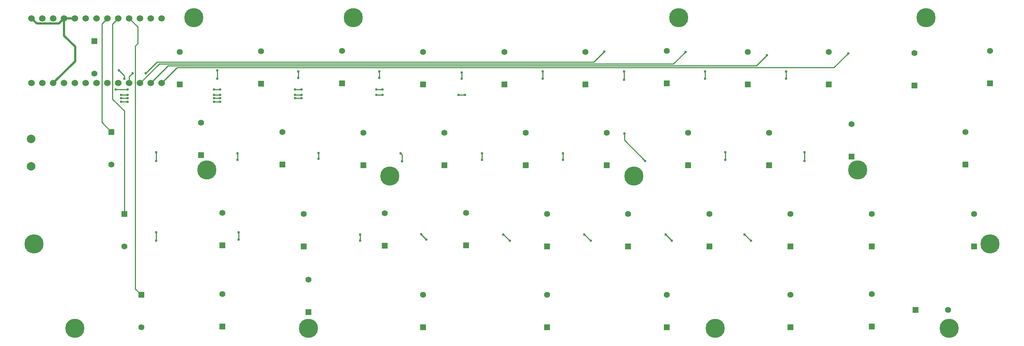
<source format=gbr>
%TF.GenerationSoftware,KiCad,Pcbnew,8.0.6*%
%TF.CreationDate,2025-02-17T10:52:22+09:00*%
%TF.ProjectId,assemble,61737365-6d62-46c6-952e-6b696361645f,rev?*%
%TF.SameCoordinates,Original*%
%TF.FileFunction,Copper,L1,Top*%
%TF.FilePolarity,Positive*%
%FSLAX46Y46*%
G04 Gerber Fmt 4.6, Leading zero omitted, Abs format (unit mm)*
G04 Created by KiCad (PCBNEW 8.0.6) date 2025-02-17 10:52:22*
%MOMM*%
%LPD*%
G01*
G04 APERTURE LIST*
%TA.AperFunction,ComponentPad*%
%ADD10R,1.397000X1.397000*%
%TD*%
%TA.AperFunction,ComponentPad*%
%ADD11C,1.397000*%
%TD*%
%TA.AperFunction,WasherPad*%
%ADD12C,4.500000*%
%TD*%
%TA.AperFunction,ComponentPad*%
%ADD13C,2.000000*%
%TD*%
%TA.AperFunction,ComponentPad*%
%ADD14C,1.524000*%
%TD*%
%TA.AperFunction,ViaPad*%
%ADD15C,0.600000*%
%TD*%
%TA.AperFunction,Conductor*%
%ADD16C,0.250000*%
%TD*%
%TA.AperFunction,Conductor*%
%ADD17C,0.500000*%
%TD*%
G04 APERTURE END LIST*
D10*
%TO.P,D2,1,K*%
%TO.N,Row1*%
X61000000Y-68965000D03*
D11*
%TO.P,D2,2,A*%
%TO.N,Net-(D2-A)*%
X61000000Y-76585000D03*
%TD*%
D10*
%TO.P,D27,1,K*%
%TO.N,Row2*%
X182000000Y-95810000D03*
D11*
%TO.P,D27,2,A*%
%TO.N,Net-(D27-A)*%
X182000000Y-88190000D03*
%TD*%
D10*
%TO.P,D23,1,K*%
%TO.N,Row2*%
X163000000Y-95810000D03*
D11*
%TO.P,D23,2,A*%
%TO.N,Net-(D23-A)*%
X163000000Y-88190000D03*
%TD*%
D12*
%TO.P,Ref\u002A\u002A,*%
%TO.N,*%
X126208900Y-79295625D03*
%TD*%
D10*
%TO.P,D26,1,K*%
%TO.N,Row1*%
X177000000Y-76810000D03*
D11*
%TO.P,D26,2,A*%
%TO.N,Net-(D26-A)*%
X177000000Y-69190000D03*
%TD*%
D12*
%TO.P,Ref\u002A\u002A,*%
%TO.N,*%
X117636220Y-42148125D03*
%TD*%
D10*
%TO.P,D8,1,K*%
%TO.N,Row3*%
X87000000Y-114585000D03*
D11*
%TO.P,D8,2,A*%
%TO.N,Net-(D8-A)*%
X87000000Y-106965000D03*
%TD*%
D10*
%TO.P,D13,1,K*%
%TO.N,Row0*%
X115000000Y-57585000D03*
D11*
%TO.P,D13,2,A*%
%TO.N,Net-(D13-A)*%
X115000000Y-49965000D03*
%TD*%
D10*
%TO.P,D1,1,K*%
%TO.N,Row0*%
X57000000Y-47690000D03*
D11*
%TO.P,D1,2,A*%
%TO.N,Net-(D1-A)*%
X57000000Y-55310000D03*
%TD*%
D10*
%TO.P,D7,1,K*%
%TO.N,Row2*%
X87000000Y-95585000D03*
D11*
%TO.P,D7,2,A*%
%TO.N,Net-(D7-A)*%
X87000000Y-87965000D03*
%TD*%
D10*
%TO.P,D31,1,K*%
%TO.N,Row2*%
X201000000Y-95810000D03*
D11*
%TO.P,D31,2,A*%
%TO.N,Net-(D31-A)*%
X201000000Y-88190000D03*
%TD*%
D10*
%TO.P,D37,1,K*%
%TO.N,Row0*%
X229000000Y-57810000D03*
D11*
%TO.P,D37,2,A*%
%TO.N,Net-(D37-A)*%
X229000000Y-50190000D03*
%TD*%
D10*
%TO.P,D34,1,K*%
%TO.N,Row1*%
X215000000Y-76810000D03*
D11*
%TO.P,D34,2,A*%
%TO.N,Net-(D34-A)*%
X215000000Y-69190000D03*
%TD*%
D10*
%TO.P,D30,1,K*%
%TO.N,Row1*%
X196000000Y-76810000D03*
D11*
%TO.P,D30,2,A*%
%TO.N,Net-(D30-A)*%
X196000000Y-69190000D03*
%TD*%
D10*
%TO.P,D32,1,K*%
%TO.N,Row3*%
X239000000Y-114585000D03*
D11*
%TO.P,D32,2,A*%
%TO.N,Net-(D32-A)*%
X239000000Y-106965000D03*
%TD*%
D10*
%TO.P,D9,1,K*%
%TO.N,Row0*%
X96000000Y-57620000D03*
D11*
%TO.P,D9,2,A*%
%TO.N,Net-(D9-A)*%
X96000000Y-50000000D03*
%TD*%
D12*
%TO.P,Ref\u002A\u002A,*%
%TO.N,*%
X83345500Y-77866875D03*
%TD*%
D10*
%TO.P,D21,1,K*%
%TO.N,Row0*%
X153000000Y-57810000D03*
D11*
%TO.P,D21,2,A*%
%TO.N,Net-(D21-A)*%
X153000000Y-50190000D03*
%TD*%
D12*
%TO.P,Ref\u002A\u002A,*%
%TO.N,*%
X266705600Y-95250000D03*
%TD*%
D10*
%TO.P,D19,1,K*%
%TO.N,Row2*%
X144000000Y-95585000D03*
D11*
%TO.P,D19,2,A*%
%TO.N,Net-(D19-A)*%
X144000000Y-87965000D03*
%TD*%
D10*
%TO.P,D40,1,K*%
%TO.N,Row3*%
X263000000Y-95810000D03*
D11*
%TO.P,D40,2,A*%
%TO.N,Net-(D40-A)*%
X263000000Y-88190000D03*
%TD*%
D10*
%TO.P,D36,1,K*%
%TO.N,Row3*%
X249322190Y-110728125D03*
D11*
%TO.P,D36,2,A*%
%TO.N,Net-(D36-A)*%
X256942190Y-110728125D03*
%TD*%
D10*
%TO.P,D20,1,K*%
%TO.N,Row3*%
X163000000Y-114810000D03*
D11*
%TO.P,D20,2,A*%
%TO.N,Net-(D20-A)*%
X163000000Y-107190000D03*
%TD*%
D10*
%TO.P,D10,1,K*%
%TO.N,Row1*%
X101000000Y-76585000D03*
D11*
%TO.P,D10,2,A*%
%TO.N,Net-(D10-A)*%
X101000000Y-68965000D03*
%TD*%
D10*
%TO.P,D16,1,K*%
%TO.N,Row3*%
X134000000Y-114810000D03*
D11*
%TO.P,D16,2,A*%
%TO.N,Net-(D16-A)*%
X134000000Y-107190000D03*
%TD*%
D12*
%TO.P,Ref\u002A\u002A,*%
%TO.N,*%
X52388600Y-115014375D03*
%TD*%
D10*
%TO.P,D43,1,K*%
%TO.N,Row2*%
X261000000Y-76585000D03*
D11*
%TO.P,D43,2,A*%
%TO.N,Net-(D43-A)*%
X261000000Y-68965000D03*
%TD*%
D13*
%TO.P,SW1,1,1*%
%TO.N,Reset*%
X42149010Y-77068750D03*
%TO.P,SW1,2,2*%
%TO.N,GND*%
X42149010Y-70568750D03*
%TD*%
D10*
%TO.P,D14,1,K*%
%TO.N,Row1*%
X120000000Y-76810000D03*
D11*
%TO.P,D14,2,A*%
%TO.N,Net-(D14-A)*%
X120000000Y-69190000D03*
%TD*%
D10*
%TO.P,D39,1,K*%
%TO.N,Row2*%
X239000000Y-95810000D03*
D11*
%TO.P,D39,2,A*%
%TO.N,Net-(D39-A)*%
X239000000Y-88190000D03*
%TD*%
D10*
%TO.P,D42,1,K*%
%TO.N,Row1*%
X266700000Y-57585000D03*
D11*
%TO.P,D42,2,A*%
%TO.N,Net-(D42-A)*%
X266700000Y-49965000D03*
%TD*%
D10*
%TO.P,D11,1,K*%
%TO.N,Row2*%
X106000000Y-95810000D03*
D11*
%TO.P,D11,2,A*%
%TO.N,Net-(D11-A)*%
X106000000Y-88190000D03*
%TD*%
D10*
%TO.P,D4,1,K*%
%TO.N,Row3*%
X68000000Y-107190000D03*
D11*
%TO.P,D4,2,A*%
%TO.N,Net-(D4-A)*%
X68000000Y-114810000D03*
%TD*%
D10*
%TO.P,D12,1,K*%
%TO.N,Row3*%
X107158500Y-111204375D03*
D11*
%TO.P,D12,2,A*%
%TO.N,Net-(D12-A)*%
X107158500Y-103584375D03*
%TD*%
D10*
%TO.P,D28,1,K*%
%TO.N,Row3*%
X220000000Y-114810000D03*
D11*
%TO.P,D28,2,A*%
%TO.N,Net-(D28-A)*%
X220000000Y-107190000D03*
%TD*%
D10*
%TO.P,D29,1,K*%
%TO.N,Row0*%
X191000000Y-57585000D03*
D11*
%TO.P,D29,2,A*%
%TO.N,Net-(D29-A)*%
X191000000Y-49965000D03*
%TD*%
D10*
%TO.P,D24,1,K*%
%TO.N,Row3*%
X191000000Y-114810000D03*
D11*
%TO.P,D24,2,A*%
%TO.N,Net-(D24-A)*%
X191000000Y-107190000D03*
%TD*%
D10*
%TO.P,D38,1,K*%
%TO.N,Row1*%
X234319920Y-74771250D03*
D11*
%TO.P,D38,2,A*%
%TO.N,Net-(D38-A)*%
X234319920Y-67151250D03*
%TD*%
D12*
%TO.P,Ref\u002A\u002A,*%
%TO.N,*%
X235748700Y-77866875D03*
%TD*%
%TO.P,Ref\u002A\u002A,*%
%TO.N,*%
X251703410Y-42148125D03*
%TD*%
D10*
%TO.P,D33,1,K*%
%TO.N,Row0*%
X210000000Y-57810000D03*
D11*
%TO.P,D33,2,A*%
%TO.N,Net-(D33-A)*%
X210000000Y-50190000D03*
%TD*%
D12*
%TO.P,Ref\u002A\u002A,*%
%TO.N,*%
X107158500Y-115014375D03*
%TD*%
D10*
%TO.P,D3,1,K*%
%TO.N,Row2*%
X64000000Y-88190000D03*
D11*
%TO.P,D3,2,A*%
%TO.N,Net-(D3-A)*%
X64000000Y-95810000D03*
%TD*%
D12*
%TO.P,Ref\u002A\u002A,*%
%TO.N,*%
X42863400Y-95250000D03*
%TD*%
%TO.P,Ref\u002A\u002A,*%
%TO.N,*%
X80249810Y-42148125D03*
%TD*%
D10*
%TO.P,D5,1,K*%
%TO.N,Row0*%
X77000000Y-57810000D03*
D11*
%TO.P,D5,2,A*%
%TO.N,Net-(D5-A)*%
X77000000Y-50190000D03*
%TD*%
D10*
%TO.P,D35,1,K*%
%TO.N,Row2*%
X220000000Y-95810000D03*
D11*
%TO.P,D35,2,A*%
%TO.N,Net-(D35-A)*%
X220000000Y-88190000D03*
%TD*%
D10*
%TO.P,D6,1,K*%
%TO.N,Row1*%
X82000000Y-74425000D03*
D11*
%TO.P,D6,2,A*%
%TO.N,Net-(D6-A)*%
X82000000Y-66805000D03*
%TD*%
D12*
%TO.P,Ref\u002A\u002A,*%
%TO.N,*%
X193837820Y-42148125D03*
%TD*%
%TO.P,Ref\u002A\u002A,*%
%TO.N,*%
X257180425Y-115014375D03*
%TD*%
D10*
%TO.P,D18,1,K*%
%TO.N,Row1*%
X139000000Y-76810000D03*
D11*
%TO.P,D18,2,A*%
%TO.N,Net-(D18-A)*%
X139000000Y-69190000D03*
%TD*%
D10*
%TO.P,D15,1,K*%
%TO.N,Row2*%
X125000000Y-95620000D03*
D11*
%TO.P,D15,2,A*%
%TO.N,Net-(D15-A)*%
X125000000Y-88000000D03*
%TD*%
D12*
%TO.P,Ref\u002A\u002A,*%
%TO.N,*%
X183360100Y-79295625D03*
%TD*%
%TO.P,Ref\u002A\u002A,*%
%TO.N,*%
X202410500Y-115014375D03*
%TD*%
D10*
%TO.P,D41,1,K*%
%TO.N,Row0*%
X249000000Y-58035000D03*
D11*
%TO.P,D41,2,A*%
%TO.N,Net-(D41-A)*%
X249000000Y-50415000D03*
%TD*%
D10*
%TO.P,D17,1,K*%
%TO.N,Row0*%
X134000000Y-57810000D03*
D11*
%TO.P,D17,2,A*%
%TO.N,Net-(D17-A)*%
X134000000Y-50190000D03*
%TD*%
D10*
%TO.P,D22,1,K*%
%TO.N,Row1*%
X158000000Y-76810000D03*
D11*
%TO.P,D22,2,A*%
%TO.N,Net-(D22-A)*%
X158000000Y-69190000D03*
%TD*%
D10*
%TO.P,D25,1,K*%
%TO.N,Row0*%
X172000000Y-57810000D03*
D11*
%TO.P,D25,2,A*%
%TO.N,Net-(D25-A)*%
X172000000Y-50190000D03*
%TD*%
D14*
%TO.P,U1,1,D3/PIN1*%
%TO.N,unconnected-(U1-D3{slash}PIN1-Pad1)*%
X44832000Y-42286400D03*
%TO.P,U1,2,D2/PIN2*%
%TO.N,unconnected-(U1-D2{slash}PIN2-Pad2)*%
X47372000Y-42286400D03*
%TO.P,U1,3,GND*%
%TO.N,GND*%
X49912000Y-42286400D03*
%TO.P,U1,4,GND*%
X52452000Y-42286400D03*
%TO.P,U1,5,D1/PIN5/SDA*%
%TO.N,unconnected-(U1-D1{slash}PIN5{slash}SDA-Pad5)*%
X54992000Y-42286400D03*
%TO.P,U1,6,D0/PIN6/SCL*%
%TO.N,Row0*%
X57532000Y-42286400D03*
%TO.P,U1,7,D4/PIN7*%
%TO.N,Row1*%
X60072000Y-42286400D03*
%TO.P,U1,8,C6/PIN8*%
%TO.N,Row2*%
X62612000Y-42286400D03*
%TO.P,U1,9,D7/PIN9*%
%TO.N,Row3*%
X65152000Y-42286400D03*
%TO.P,U1,10,E6/PIN10*%
%TO.N,Col0*%
X67692000Y-42286400D03*
%TO.P,U1,11,B4/PIN11*%
%TO.N,Col1*%
X70232000Y-42286400D03*
%TO.P,U1,12,B5/PIN12*%
%TO.N,Col2*%
X72772000Y-42286400D03*
%TO.P,U1,13,B6/PIN13*%
%TO.N,Col10*%
X72772000Y-57506400D03*
%TO.P,U1,14,B2/PIN14*%
%TO.N,Col9*%
X70232000Y-57506400D03*
%TO.P,U1,15,B3/PIN15*%
%TO.N,Col8*%
X67692000Y-57506400D03*
%TO.P,U1,16,B1/PIN16*%
%TO.N,Col7*%
X65152000Y-57506400D03*
%TO.P,U1,17,F7/PIN17*%
%TO.N,Col6*%
X62612000Y-57506400D03*
%TO.P,U1,18,F6/PIN18*%
%TO.N,Col5*%
X60072000Y-57506400D03*
%TO.P,U1,19,F5/PIN19*%
%TO.N,Col4*%
X57532000Y-57506400D03*
%TO.P,U1,20,F4/PIN20*%
%TO.N,Col3*%
X54992000Y-57506400D03*
%TO.P,U1,21,VCC*%
%TO.N,VCC*%
X52452000Y-57506400D03*
%TO.P,U1,22,RST*%
%TO.N,Reset*%
X49912000Y-57506400D03*
%TO.P,U1,23,GND*%
%TO.N,GND*%
X47372000Y-57506400D03*
%TO.P,U1,24,RAW*%
%TO.N,unconnected-(U1-RAW-Pad24)*%
X44832000Y-57506400D03*
%TO.P,U1,25,BAT+*%
%TO.N,unconnected-(U1-BAT+-Pad25)*%
X42292000Y-57506400D03*
%TO.P,U1,26,BAT-*%
%TO.N,GND*%
X42292000Y-42286400D03*
%TD*%
D15*
%TO.N,Col1*%
X71500000Y-94500000D03*
X71500000Y-73750000D03*
X64013368Y-56486632D03*
X71500000Y-75750000D03*
X62750000Y-54500000D03*
X71500000Y-92500000D03*
%TO.N,Col2*%
X90750000Y-94250000D03*
X85750000Y-56500000D03*
X90750000Y-92500000D03*
X90500000Y-75500000D03*
X90500000Y-74000000D03*
X85750000Y-54500000D03*
%TO.N,Col3*%
X63250000Y-61850006D03*
X86500000Y-61850006D03*
X119250000Y-93000000D03*
X119250000Y-94500000D03*
X104750000Y-56250000D03*
X109500000Y-73925000D03*
X109500000Y-75250000D03*
X104750000Y-54750000D03*
X64750000Y-61850006D03*
X85000000Y-61850006D03*
%TO.N,Col4*%
X63250000Y-61050003D03*
X133500000Y-92925000D03*
X104000000Y-61050003D03*
X123750000Y-54750000D03*
X64750000Y-61050003D03*
X129066460Y-75816460D03*
X123750000Y-56250000D03*
X85000000Y-61050003D03*
X105500000Y-61050003D03*
X86500000Y-61050003D03*
X128750000Y-74000000D03*
X134750000Y-94250000D03*
%TO.N,Col5*%
X86500000Y-59000000D03*
X124500000Y-59000000D03*
X85000000Y-59000000D03*
X154250000Y-94500000D03*
X152750000Y-93000000D03*
X147750000Y-74000000D03*
X143000000Y-56500000D03*
X64750000Y-59000000D03*
X123000000Y-59000000D03*
X147750000Y-75500000D03*
X61987000Y-59000000D03*
X143000000Y-55000000D03*
X104000000Y-59000000D03*
X105500000Y-59000000D03*
%TO.N,Col6*%
X142250000Y-60250000D03*
X143750000Y-60250000D03*
X64750000Y-60250000D03*
X166750000Y-74000000D03*
X85000000Y-60250000D03*
X123000000Y-60250000D03*
X173250000Y-94500000D03*
X162000000Y-54750000D03*
X63250000Y-60250000D03*
X105500000Y-60250000D03*
X162000000Y-56500000D03*
X171750000Y-93000000D03*
X104000000Y-60250000D03*
X124500000Y-60250000D03*
X166750000Y-75500000D03*
X86500000Y-60250000D03*
%TO.N,Col7*%
X65980000Y-55150000D03*
X190750000Y-93000000D03*
X69000000Y-55150000D03*
X181000000Y-56750000D03*
X181118750Y-69294375D03*
X181000000Y-54750000D03*
X185979530Y-75729530D03*
X192250000Y-94500000D03*
X176356250Y-50106250D03*
%TO.N,Col8*%
X200000000Y-54750000D03*
X195406250Y-50156250D03*
X204750000Y-75500000D03*
X209250000Y-93000000D03*
X210750000Y-94500000D03*
X204750000Y-73750000D03*
X200000000Y-56500000D03*
%TO.N,Col10*%
X233500000Y-50500000D03*
%TO.N,Col9*%
X223250000Y-75750000D03*
X219000000Y-54750000D03*
X223250000Y-73750000D03*
X214456250Y-51000000D03*
X219000000Y-56500000D03*
%TD*%
D16*
%TO.N,Row1*%
X60072000Y-42286400D02*
X58750000Y-43608400D01*
X58750000Y-43608400D02*
X58750000Y-66715000D01*
X58750000Y-66715000D02*
X61000000Y-68965000D01*
%TO.N,Row2*%
X64000000Y-64000000D02*
X64000000Y-88190000D01*
X62612000Y-42286400D02*
X61250000Y-43648400D01*
X61250000Y-61250000D02*
X64000000Y-64000000D01*
X61250000Y-43648400D02*
X61250000Y-61250000D01*
%TO.N,Row3*%
X67121250Y-44255650D02*
X65152000Y-42286400D01*
X66605000Y-48752900D02*
X67121250Y-48236650D01*
X67121250Y-48236650D02*
X67121250Y-44255650D01*
X66605000Y-105795000D02*
X66605000Y-48752900D01*
X68000000Y-107190000D02*
X66605000Y-105795000D01*
D17*
%TO.N,GND*%
X48700000Y-43498400D02*
X43504000Y-43498400D01*
X43504000Y-43498400D02*
X42292000Y-42286400D01*
X52500000Y-52378400D02*
X47372000Y-57506400D01*
X52452000Y-42286400D02*
X49912000Y-42286400D01*
X52500000Y-48964466D02*
X52500000Y-52378400D01*
X49912000Y-42286400D02*
X49912000Y-46376466D01*
X49912000Y-42286400D02*
X48700000Y-43498400D01*
X49912000Y-46376466D02*
X52500000Y-48964466D01*
D16*
%TO.N,Col1*%
X62750000Y-54500000D02*
X64013368Y-55763368D01*
X71500000Y-73750000D02*
X71500000Y-75750000D01*
X64013368Y-55763368D02*
X64013368Y-56486632D01*
X71500000Y-92500000D02*
X71500000Y-94175000D01*
%TO.N,Col2*%
X90500000Y-74000000D02*
X90500000Y-75500000D01*
X85750000Y-54500000D02*
X85750000Y-56500000D01*
X90750000Y-92500000D02*
X90750000Y-94250000D01*
%TO.N,Col3*%
X119250000Y-93000000D02*
X119250000Y-94500000D01*
X109500000Y-73925000D02*
X109500000Y-75250000D01*
X104750000Y-54750000D02*
X104750000Y-56250000D01*
X85000000Y-61850006D02*
X86500000Y-61850006D01*
X63250000Y-61850006D02*
X64750000Y-61850006D01*
%TO.N,Col4*%
X129066460Y-74316460D02*
X129066460Y-75816460D01*
X128750000Y-74000000D02*
X129066460Y-74316460D01*
X133500000Y-93000000D02*
X134750000Y-94250000D01*
X123750000Y-54750000D02*
X123750000Y-56250000D01*
X133500000Y-92925000D02*
X133500000Y-93000000D01*
X105500000Y-61050003D02*
X104000000Y-61050003D01*
X86500000Y-61050003D02*
X85000000Y-61050003D01*
X64750000Y-61050003D02*
X63250000Y-61050003D01*
%TO.N,Col5*%
X61987000Y-59000000D02*
X64750000Y-59000000D01*
X85000000Y-59000000D02*
X86500000Y-59000000D01*
X143000000Y-55000000D02*
X143000000Y-56500000D01*
X147750000Y-74000000D02*
X147750000Y-75500000D01*
X123000000Y-59000000D02*
X124500000Y-59000000D01*
X152750000Y-93000000D02*
X154250000Y-94500000D01*
X104000000Y-59000000D02*
X105500000Y-59000000D01*
%TO.N,Col6*%
X142250000Y-60250000D02*
X143750000Y-60250000D01*
X85000000Y-60250000D02*
X86500000Y-60250000D01*
X162000000Y-54750000D02*
X162000000Y-56500000D01*
X104000000Y-60250000D02*
X105500000Y-60250000D01*
X166750000Y-74000000D02*
X166750000Y-75500000D01*
X171750000Y-93000000D02*
X173250000Y-94500000D01*
X123000000Y-60250000D02*
X124500000Y-60250000D01*
X63250000Y-60250000D02*
X64750000Y-60250000D01*
%TO.N,Col7*%
X181000000Y-54750000D02*
X181000000Y-56750000D01*
X181118750Y-69294375D02*
X181118750Y-70868750D01*
X71625000Y-52525000D02*
X173937500Y-52525000D01*
X190750000Y-93000000D02*
X192250000Y-94500000D01*
X69000000Y-55150000D02*
X71625000Y-52525000D01*
X65980000Y-55150000D02*
X65152000Y-55978000D01*
X173937500Y-52525000D02*
X176356250Y-50106250D01*
X181118750Y-70868750D02*
X185979530Y-75729530D01*
X65152000Y-55978000D02*
X65152000Y-57506400D01*
%TO.N,Col8*%
X72223400Y-52975000D02*
X192587500Y-52975000D01*
X200000000Y-54750000D02*
X200000000Y-56500000D01*
X192587500Y-52975000D02*
X195406250Y-50156250D01*
X204750000Y-73750000D02*
X204750000Y-75500000D01*
X67692000Y-57506400D02*
X72223400Y-52975000D01*
X209250000Y-93000000D02*
X210750000Y-94500000D01*
%TO.N,Col10*%
X230125000Y-53875000D02*
X233500000Y-50500000D01*
X76403400Y-53875000D02*
X85750000Y-53875000D01*
X85750000Y-53875000D02*
X230125000Y-53875000D01*
X72772000Y-57506400D02*
X76403400Y-53875000D01*
%TO.N,Col9*%
X219000000Y-54750000D02*
X219000000Y-56500000D01*
X223250000Y-73750000D02*
X223250000Y-75750000D01*
X212031250Y-53425000D02*
X74313400Y-53425000D01*
X74313400Y-53425000D02*
X70232000Y-57506400D01*
X214456250Y-51000000D02*
X212031250Y-53425000D01*
%TD*%
M02*

</source>
